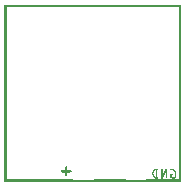
<source format=gbo>
G04 MADE WITH FRITZING*
G04 WWW.FRITZING.ORG*
G04 DOUBLE SIDED*
G04 HOLES PLATED*
G04 CONTOUR ON CENTER OF CONTOUR VECTOR*
%ASAXBY*%
%FSLAX23Y23*%
%MOIN*%
%OFA0B0*%
%SFA1.0B1.0*%
%ADD10R,0.001000X0.001000*%
%LNSILK0*%
G90*
G70*
G54D10*
X0Y591D02*
X589Y591D01*
X0Y590D02*
X589Y590D01*
X0Y589D02*
X589Y589D01*
X0Y588D02*
X589Y588D01*
X0Y587D02*
X589Y587D01*
X0Y586D02*
X589Y586D01*
X0Y585D02*
X589Y585D01*
X0Y584D02*
X589Y584D01*
X0Y583D02*
X7Y583D01*
X582Y583D02*
X589Y583D01*
X0Y582D02*
X7Y582D01*
X582Y582D02*
X589Y582D01*
X0Y581D02*
X7Y581D01*
X582Y581D02*
X589Y581D01*
X0Y580D02*
X7Y580D01*
X582Y580D02*
X589Y580D01*
X0Y579D02*
X7Y579D01*
X582Y579D02*
X589Y579D01*
X0Y578D02*
X7Y578D01*
X582Y578D02*
X589Y578D01*
X0Y577D02*
X7Y577D01*
X582Y577D02*
X589Y577D01*
X0Y576D02*
X7Y576D01*
X582Y576D02*
X589Y576D01*
X0Y575D02*
X7Y575D01*
X582Y575D02*
X589Y575D01*
X0Y574D02*
X7Y574D01*
X582Y574D02*
X589Y574D01*
X0Y573D02*
X7Y573D01*
X582Y573D02*
X589Y573D01*
X0Y572D02*
X7Y572D01*
X582Y572D02*
X589Y572D01*
X0Y571D02*
X7Y571D01*
X582Y571D02*
X589Y571D01*
X0Y570D02*
X7Y570D01*
X582Y570D02*
X589Y570D01*
X0Y569D02*
X7Y569D01*
X582Y569D02*
X589Y569D01*
X0Y568D02*
X7Y568D01*
X582Y568D02*
X589Y568D01*
X0Y567D02*
X7Y567D01*
X582Y567D02*
X589Y567D01*
X0Y566D02*
X7Y566D01*
X582Y566D02*
X589Y566D01*
X0Y565D02*
X7Y565D01*
X582Y565D02*
X589Y565D01*
X0Y564D02*
X7Y564D01*
X582Y564D02*
X589Y564D01*
X0Y563D02*
X7Y563D01*
X582Y563D02*
X589Y563D01*
X0Y562D02*
X7Y562D01*
X582Y562D02*
X589Y562D01*
X0Y561D02*
X7Y561D01*
X582Y561D02*
X589Y561D01*
X0Y560D02*
X7Y560D01*
X582Y560D02*
X589Y560D01*
X0Y559D02*
X7Y559D01*
X582Y559D02*
X589Y559D01*
X0Y558D02*
X7Y558D01*
X582Y558D02*
X589Y558D01*
X0Y557D02*
X7Y557D01*
X582Y557D02*
X589Y557D01*
X0Y556D02*
X7Y556D01*
X582Y556D02*
X589Y556D01*
X0Y555D02*
X7Y555D01*
X582Y555D02*
X589Y555D01*
X0Y554D02*
X7Y554D01*
X582Y554D02*
X589Y554D01*
X0Y553D02*
X7Y553D01*
X582Y553D02*
X589Y553D01*
X0Y552D02*
X7Y552D01*
X582Y552D02*
X589Y552D01*
X0Y551D02*
X7Y551D01*
X582Y551D02*
X589Y551D01*
X0Y550D02*
X7Y550D01*
X582Y550D02*
X589Y550D01*
X0Y549D02*
X7Y549D01*
X582Y549D02*
X589Y549D01*
X0Y548D02*
X7Y548D01*
X582Y548D02*
X589Y548D01*
X0Y547D02*
X7Y547D01*
X582Y547D02*
X589Y547D01*
X0Y546D02*
X7Y546D01*
X582Y546D02*
X589Y546D01*
X0Y545D02*
X7Y545D01*
X582Y545D02*
X589Y545D01*
X0Y544D02*
X7Y544D01*
X582Y544D02*
X589Y544D01*
X0Y543D02*
X7Y543D01*
X582Y543D02*
X589Y543D01*
X0Y542D02*
X7Y542D01*
X582Y542D02*
X589Y542D01*
X0Y541D02*
X7Y541D01*
X582Y541D02*
X589Y541D01*
X0Y540D02*
X7Y540D01*
X582Y540D02*
X589Y540D01*
X0Y539D02*
X7Y539D01*
X582Y539D02*
X589Y539D01*
X0Y538D02*
X7Y538D01*
X582Y538D02*
X589Y538D01*
X0Y537D02*
X7Y537D01*
X582Y537D02*
X589Y537D01*
X0Y536D02*
X7Y536D01*
X582Y536D02*
X589Y536D01*
X0Y535D02*
X7Y535D01*
X582Y535D02*
X589Y535D01*
X0Y534D02*
X7Y534D01*
X582Y534D02*
X589Y534D01*
X0Y533D02*
X7Y533D01*
X582Y533D02*
X589Y533D01*
X0Y532D02*
X7Y532D01*
X582Y532D02*
X589Y532D01*
X0Y531D02*
X7Y531D01*
X582Y531D02*
X589Y531D01*
X0Y530D02*
X7Y530D01*
X582Y530D02*
X589Y530D01*
X0Y529D02*
X7Y529D01*
X582Y529D02*
X589Y529D01*
X0Y528D02*
X7Y528D01*
X582Y528D02*
X589Y528D01*
X0Y527D02*
X7Y527D01*
X582Y527D02*
X589Y527D01*
X0Y526D02*
X7Y526D01*
X582Y526D02*
X589Y526D01*
X0Y525D02*
X7Y525D01*
X582Y525D02*
X589Y525D01*
X0Y524D02*
X7Y524D01*
X582Y524D02*
X589Y524D01*
X0Y523D02*
X7Y523D01*
X582Y523D02*
X589Y523D01*
X0Y522D02*
X7Y522D01*
X582Y522D02*
X589Y522D01*
X0Y521D02*
X7Y521D01*
X582Y521D02*
X589Y521D01*
X0Y520D02*
X7Y520D01*
X582Y520D02*
X589Y520D01*
X0Y519D02*
X7Y519D01*
X582Y519D02*
X589Y519D01*
X0Y518D02*
X7Y518D01*
X582Y518D02*
X589Y518D01*
X0Y517D02*
X7Y517D01*
X582Y517D02*
X589Y517D01*
X0Y516D02*
X7Y516D01*
X582Y516D02*
X589Y516D01*
X0Y515D02*
X7Y515D01*
X582Y515D02*
X589Y515D01*
X0Y514D02*
X7Y514D01*
X582Y514D02*
X589Y514D01*
X0Y513D02*
X7Y513D01*
X582Y513D02*
X589Y513D01*
X0Y512D02*
X7Y512D01*
X582Y512D02*
X589Y512D01*
X0Y511D02*
X7Y511D01*
X582Y511D02*
X589Y511D01*
X0Y510D02*
X7Y510D01*
X582Y510D02*
X589Y510D01*
X0Y509D02*
X7Y509D01*
X582Y509D02*
X589Y509D01*
X0Y508D02*
X7Y508D01*
X582Y508D02*
X589Y508D01*
X0Y507D02*
X7Y507D01*
X582Y507D02*
X589Y507D01*
X0Y506D02*
X7Y506D01*
X582Y506D02*
X589Y506D01*
X0Y505D02*
X7Y505D01*
X582Y505D02*
X589Y505D01*
X0Y504D02*
X7Y504D01*
X582Y504D02*
X589Y504D01*
X0Y503D02*
X7Y503D01*
X582Y503D02*
X589Y503D01*
X0Y502D02*
X7Y502D01*
X582Y502D02*
X589Y502D01*
X0Y501D02*
X7Y501D01*
X582Y501D02*
X589Y501D01*
X0Y500D02*
X7Y500D01*
X582Y500D02*
X589Y500D01*
X0Y499D02*
X7Y499D01*
X582Y499D02*
X589Y499D01*
X0Y498D02*
X7Y498D01*
X582Y498D02*
X589Y498D01*
X0Y497D02*
X7Y497D01*
X582Y497D02*
X589Y497D01*
X0Y496D02*
X7Y496D01*
X582Y496D02*
X589Y496D01*
X0Y495D02*
X7Y495D01*
X582Y495D02*
X589Y495D01*
X0Y494D02*
X7Y494D01*
X582Y494D02*
X589Y494D01*
X0Y493D02*
X7Y493D01*
X582Y493D02*
X589Y493D01*
X0Y492D02*
X7Y492D01*
X582Y492D02*
X589Y492D01*
X0Y491D02*
X7Y491D01*
X582Y491D02*
X589Y491D01*
X0Y490D02*
X7Y490D01*
X582Y490D02*
X589Y490D01*
X0Y489D02*
X7Y489D01*
X582Y489D02*
X589Y489D01*
X0Y488D02*
X7Y488D01*
X582Y488D02*
X589Y488D01*
X0Y487D02*
X7Y487D01*
X582Y487D02*
X589Y487D01*
X0Y486D02*
X7Y486D01*
X582Y486D02*
X589Y486D01*
X0Y485D02*
X7Y485D01*
X582Y485D02*
X589Y485D01*
X0Y484D02*
X7Y484D01*
X582Y484D02*
X589Y484D01*
X0Y483D02*
X7Y483D01*
X582Y483D02*
X589Y483D01*
X0Y482D02*
X7Y482D01*
X582Y482D02*
X589Y482D01*
X0Y481D02*
X7Y481D01*
X582Y481D02*
X589Y481D01*
X0Y480D02*
X7Y480D01*
X582Y480D02*
X589Y480D01*
X0Y479D02*
X7Y479D01*
X582Y479D02*
X589Y479D01*
X0Y478D02*
X7Y478D01*
X582Y478D02*
X589Y478D01*
X0Y477D02*
X7Y477D01*
X582Y477D02*
X589Y477D01*
X0Y476D02*
X7Y476D01*
X582Y476D02*
X589Y476D01*
X0Y475D02*
X7Y475D01*
X582Y475D02*
X589Y475D01*
X0Y474D02*
X7Y474D01*
X582Y474D02*
X589Y474D01*
X0Y473D02*
X7Y473D01*
X582Y473D02*
X589Y473D01*
X0Y472D02*
X7Y472D01*
X582Y472D02*
X589Y472D01*
X0Y471D02*
X7Y471D01*
X582Y471D02*
X589Y471D01*
X0Y470D02*
X7Y470D01*
X582Y470D02*
X589Y470D01*
X0Y469D02*
X7Y469D01*
X582Y469D02*
X589Y469D01*
X0Y468D02*
X7Y468D01*
X582Y468D02*
X589Y468D01*
X0Y467D02*
X7Y467D01*
X582Y467D02*
X589Y467D01*
X0Y466D02*
X7Y466D01*
X582Y466D02*
X589Y466D01*
X0Y465D02*
X7Y465D01*
X582Y465D02*
X589Y465D01*
X0Y464D02*
X7Y464D01*
X582Y464D02*
X589Y464D01*
X0Y463D02*
X7Y463D01*
X582Y463D02*
X589Y463D01*
X0Y462D02*
X7Y462D01*
X582Y462D02*
X589Y462D01*
X0Y461D02*
X7Y461D01*
X582Y461D02*
X589Y461D01*
X0Y460D02*
X7Y460D01*
X582Y460D02*
X589Y460D01*
X0Y459D02*
X7Y459D01*
X582Y459D02*
X589Y459D01*
X0Y458D02*
X7Y458D01*
X582Y458D02*
X589Y458D01*
X0Y457D02*
X7Y457D01*
X582Y457D02*
X589Y457D01*
X0Y456D02*
X7Y456D01*
X582Y456D02*
X589Y456D01*
X0Y455D02*
X7Y455D01*
X582Y455D02*
X589Y455D01*
X0Y454D02*
X7Y454D01*
X582Y454D02*
X589Y454D01*
X0Y453D02*
X7Y453D01*
X582Y453D02*
X589Y453D01*
X0Y452D02*
X7Y452D01*
X582Y452D02*
X589Y452D01*
X0Y451D02*
X7Y451D01*
X582Y451D02*
X589Y451D01*
X0Y450D02*
X7Y450D01*
X582Y450D02*
X589Y450D01*
X0Y449D02*
X7Y449D01*
X582Y449D02*
X589Y449D01*
X0Y448D02*
X7Y448D01*
X582Y448D02*
X589Y448D01*
X0Y447D02*
X7Y447D01*
X582Y447D02*
X589Y447D01*
X0Y446D02*
X7Y446D01*
X582Y446D02*
X589Y446D01*
X0Y445D02*
X7Y445D01*
X582Y445D02*
X589Y445D01*
X0Y444D02*
X7Y444D01*
X582Y444D02*
X589Y444D01*
X0Y443D02*
X7Y443D01*
X582Y443D02*
X589Y443D01*
X0Y442D02*
X7Y442D01*
X582Y442D02*
X589Y442D01*
X0Y441D02*
X7Y441D01*
X582Y441D02*
X589Y441D01*
X0Y440D02*
X7Y440D01*
X582Y440D02*
X589Y440D01*
X0Y439D02*
X7Y439D01*
X582Y439D02*
X589Y439D01*
X0Y438D02*
X7Y438D01*
X582Y438D02*
X589Y438D01*
X0Y437D02*
X7Y437D01*
X582Y437D02*
X589Y437D01*
X0Y436D02*
X7Y436D01*
X582Y436D02*
X589Y436D01*
X0Y435D02*
X7Y435D01*
X582Y435D02*
X589Y435D01*
X0Y434D02*
X7Y434D01*
X582Y434D02*
X589Y434D01*
X0Y433D02*
X7Y433D01*
X582Y433D02*
X589Y433D01*
X0Y432D02*
X7Y432D01*
X582Y432D02*
X589Y432D01*
X0Y431D02*
X7Y431D01*
X582Y431D02*
X589Y431D01*
X0Y430D02*
X7Y430D01*
X582Y430D02*
X589Y430D01*
X0Y429D02*
X7Y429D01*
X582Y429D02*
X589Y429D01*
X0Y428D02*
X7Y428D01*
X582Y428D02*
X589Y428D01*
X0Y427D02*
X7Y427D01*
X582Y427D02*
X589Y427D01*
X0Y426D02*
X7Y426D01*
X582Y426D02*
X589Y426D01*
X0Y425D02*
X7Y425D01*
X582Y425D02*
X589Y425D01*
X0Y424D02*
X7Y424D01*
X582Y424D02*
X589Y424D01*
X0Y423D02*
X7Y423D01*
X582Y423D02*
X589Y423D01*
X0Y422D02*
X7Y422D01*
X582Y422D02*
X589Y422D01*
X0Y421D02*
X7Y421D01*
X582Y421D02*
X589Y421D01*
X0Y420D02*
X7Y420D01*
X582Y420D02*
X589Y420D01*
X0Y419D02*
X7Y419D01*
X582Y419D02*
X589Y419D01*
X0Y418D02*
X7Y418D01*
X582Y418D02*
X589Y418D01*
X0Y417D02*
X7Y417D01*
X582Y417D02*
X589Y417D01*
X0Y416D02*
X7Y416D01*
X582Y416D02*
X589Y416D01*
X0Y415D02*
X7Y415D01*
X582Y415D02*
X589Y415D01*
X0Y414D02*
X7Y414D01*
X582Y414D02*
X589Y414D01*
X0Y413D02*
X7Y413D01*
X582Y413D02*
X589Y413D01*
X0Y412D02*
X7Y412D01*
X582Y412D02*
X589Y412D01*
X0Y411D02*
X7Y411D01*
X582Y411D02*
X589Y411D01*
X0Y410D02*
X7Y410D01*
X582Y410D02*
X589Y410D01*
X0Y409D02*
X7Y409D01*
X582Y409D02*
X589Y409D01*
X0Y408D02*
X7Y408D01*
X582Y408D02*
X589Y408D01*
X0Y407D02*
X7Y407D01*
X582Y407D02*
X589Y407D01*
X0Y406D02*
X7Y406D01*
X582Y406D02*
X589Y406D01*
X0Y405D02*
X7Y405D01*
X582Y405D02*
X589Y405D01*
X0Y404D02*
X7Y404D01*
X582Y404D02*
X589Y404D01*
X0Y403D02*
X7Y403D01*
X582Y403D02*
X589Y403D01*
X0Y402D02*
X7Y402D01*
X582Y402D02*
X589Y402D01*
X0Y401D02*
X7Y401D01*
X582Y401D02*
X589Y401D01*
X0Y400D02*
X7Y400D01*
X582Y400D02*
X589Y400D01*
X0Y399D02*
X7Y399D01*
X582Y399D02*
X589Y399D01*
X0Y398D02*
X7Y398D01*
X582Y398D02*
X589Y398D01*
X0Y397D02*
X7Y397D01*
X582Y397D02*
X589Y397D01*
X0Y396D02*
X7Y396D01*
X582Y396D02*
X589Y396D01*
X0Y395D02*
X7Y395D01*
X582Y395D02*
X589Y395D01*
X0Y394D02*
X7Y394D01*
X582Y394D02*
X589Y394D01*
X0Y393D02*
X7Y393D01*
X582Y393D02*
X589Y393D01*
X0Y392D02*
X7Y392D01*
X582Y392D02*
X589Y392D01*
X0Y391D02*
X7Y391D01*
X582Y391D02*
X589Y391D01*
X0Y390D02*
X7Y390D01*
X582Y390D02*
X589Y390D01*
X0Y389D02*
X7Y389D01*
X582Y389D02*
X589Y389D01*
X0Y388D02*
X7Y388D01*
X582Y388D02*
X589Y388D01*
X0Y387D02*
X7Y387D01*
X582Y387D02*
X589Y387D01*
X0Y386D02*
X7Y386D01*
X582Y386D02*
X589Y386D01*
X0Y385D02*
X7Y385D01*
X582Y385D02*
X589Y385D01*
X0Y384D02*
X7Y384D01*
X582Y384D02*
X589Y384D01*
X0Y383D02*
X7Y383D01*
X582Y383D02*
X589Y383D01*
X0Y382D02*
X7Y382D01*
X582Y382D02*
X589Y382D01*
X0Y381D02*
X7Y381D01*
X582Y381D02*
X589Y381D01*
X0Y380D02*
X7Y380D01*
X582Y380D02*
X589Y380D01*
X0Y379D02*
X7Y379D01*
X582Y379D02*
X589Y379D01*
X0Y378D02*
X7Y378D01*
X582Y378D02*
X589Y378D01*
X0Y377D02*
X7Y377D01*
X582Y377D02*
X589Y377D01*
X0Y376D02*
X7Y376D01*
X582Y376D02*
X589Y376D01*
X0Y375D02*
X7Y375D01*
X582Y375D02*
X589Y375D01*
X0Y374D02*
X7Y374D01*
X582Y374D02*
X589Y374D01*
X0Y373D02*
X7Y373D01*
X582Y373D02*
X589Y373D01*
X0Y372D02*
X7Y372D01*
X582Y372D02*
X589Y372D01*
X0Y371D02*
X7Y371D01*
X582Y371D02*
X589Y371D01*
X0Y370D02*
X7Y370D01*
X582Y370D02*
X589Y370D01*
X0Y369D02*
X7Y369D01*
X582Y369D02*
X589Y369D01*
X0Y368D02*
X7Y368D01*
X582Y368D02*
X589Y368D01*
X0Y367D02*
X7Y367D01*
X582Y367D02*
X589Y367D01*
X0Y366D02*
X7Y366D01*
X582Y366D02*
X589Y366D01*
X0Y365D02*
X7Y365D01*
X582Y365D02*
X589Y365D01*
X0Y364D02*
X7Y364D01*
X582Y364D02*
X589Y364D01*
X0Y363D02*
X7Y363D01*
X582Y363D02*
X589Y363D01*
X0Y362D02*
X7Y362D01*
X582Y362D02*
X589Y362D01*
X0Y361D02*
X7Y361D01*
X582Y361D02*
X589Y361D01*
X0Y360D02*
X7Y360D01*
X582Y360D02*
X589Y360D01*
X0Y359D02*
X7Y359D01*
X582Y359D02*
X589Y359D01*
X0Y358D02*
X7Y358D01*
X582Y358D02*
X589Y358D01*
X0Y357D02*
X7Y357D01*
X582Y357D02*
X589Y357D01*
X0Y356D02*
X7Y356D01*
X582Y356D02*
X589Y356D01*
X0Y355D02*
X7Y355D01*
X582Y355D02*
X589Y355D01*
X0Y354D02*
X7Y354D01*
X582Y354D02*
X589Y354D01*
X0Y353D02*
X7Y353D01*
X582Y353D02*
X589Y353D01*
X0Y352D02*
X7Y352D01*
X582Y352D02*
X589Y352D01*
X0Y351D02*
X7Y351D01*
X582Y351D02*
X589Y351D01*
X0Y350D02*
X7Y350D01*
X582Y350D02*
X589Y350D01*
X0Y349D02*
X7Y349D01*
X582Y349D02*
X589Y349D01*
X0Y348D02*
X7Y348D01*
X582Y348D02*
X589Y348D01*
X0Y347D02*
X7Y347D01*
X582Y347D02*
X589Y347D01*
X0Y346D02*
X7Y346D01*
X582Y346D02*
X589Y346D01*
X0Y345D02*
X7Y345D01*
X582Y345D02*
X589Y345D01*
X0Y344D02*
X7Y344D01*
X582Y344D02*
X589Y344D01*
X0Y343D02*
X7Y343D01*
X582Y343D02*
X589Y343D01*
X0Y342D02*
X7Y342D01*
X582Y342D02*
X589Y342D01*
X0Y341D02*
X7Y341D01*
X582Y341D02*
X589Y341D01*
X0Y340D02*
X7Y340D01*
X582Y340D02*
X589Y340D01*
X0Y339D02*
X7Y339D01*
X582Y339D02*
X589Y339D01*
X0Y338D02*
X7Y338D01*
X582Y338D02*
X589Y338D01*
X0Y337D02*
X7Y337D01*
X582Y337D02*
X589Y337D01*
X0Y336D02*
X7Y336D01*
X582Y336D02*
X589Y336D01*
X0Y335D02*
X7Y335D01*
X582Y335D02*
X589Y335D01*
X0Y334D02*
X7Y334D01*
X582Y334D02*
X589Y334D01*
X0Y333D02*
X7Y333D01*
X582Y333D02*
X589Y333D01*
X0Y332D02*
X7Y332D01*
X582Y332D02*
X589Y332D01*
X0Y331D02*
X7Y331D01*
X582Y331D02*
X589Y331D01*
X0Y330D02*
X7Y330D01*
X582Y330D02*
X589Y330D01*
X0Y329D02*
X7Y329D01*
X582Y329D02*
X589Y329D01*
X0Y328D02*
X7Y328D01*
X582Y328D02*
X589Y328D01*
X0Y327D02*
X7Y327D01*
X582Y327D02*
X589Y327D01*
X0Y326D02*
X7Y326D01*
X582Y326D02*
X589Y326D01*
X0Y325D02*
X7Y325D01*
X582Y325D02*
X589Y325D01*
X0Y324D02*
X7Y324D01*
X582Y324D02*
X589Y324D01*
X0Y323D02*
X7Y323D01*
X582Y323D02*
X589Y323D01*
X0Y322D02*
X7Y322D01*
X582Y322D02*
X589Y322D01*
X0Y321D02*
X7Y321D01*
X582Y321D02*
X589Y321D01*
X0Y320D02*
X7Y320D01*
X582Y320D02*
X589Y320D01*
X0Y319D02*
X7Y319D01*
X582Y319D02*
X589Y319D01*
X0Y318D02*
X7Y318D01*
X582Y318D02*
X589Y318D01*
X0Y317D02*
X7Y317D01*
X582Y317D02*
X589Y317D01*
X0Y316D02*
X7Y316D01*
X582Y316D02*
X589Y316D01*
X0Y315D02*
X7Y315D01*
X582Y315D02*
X589Y315D01*
X0Y314D02*
X7Y314D01*
X582Y314D02*
X589Y314D01*
X0Y313D02*
X7Y313D01*
X582Y313D02*
X589Y313D01*
X0Y312D02*
X7Y312D01*
X582Y312D02*
X589Y312D01*
X0Y311D02*
X7Y311D01*
X582Y311D02*
X589Y311D01*
X0Y310D02*
X7Y310D01*
X582Y310D02*
X589Y310D01*
X0Y309D02*
X7Y309D01*
X582Y309D02*
X589Y309D01*
X0Y308D02*
X7Y308D01*
X582Y308D02*
X589Y308D01*
X0Y307D02*
X7Y307D01*
X582Y307D02*
X589Y307D01*
X0Y306D02*
X7Y306D01*
X582Y306D02*
X589Y306D01*
X0Y305D02*
X7Y305D01*
X582Y305D02*
X589Y305D01*
X0Y304D02*
X7Y304D01*
X582Y304D02*
X589Y304D01*
X0Y303D02*
X7Y303D01*
X582Y303D02*
X589Y303D01*
X0Y302D02*
X7Y302D01*
X582Y302D02*
X589Y302D01*
X0Y301D02*
X7Y301D01*
X582Y301D02*
X589Y301D01*
X0Y300D02*
X7Y300D01*
X582Y300D02*
X589Y300D01*
X0Y299D02*
X7Y299D01*
X582Y299D02*
X589Y299D01*
X0Y298D02*
X7Y298D01*
X582Y298D02*
X589Y298D01*
X0Y297D02*
X7Y297D01*
X582Y297D02*
X589Y297D01*
X0Y296D02*
X7Y296D01*
X582Y296D02*
X589Y296D01*
X0Y295D02*
X7Y295D01*
X582Y295D02*
X589Y295D01*
X0Y294D02*
X7Y294D01*
X582Y294D02*
X589Y294D01*
X0Y293D02*
X7Y293D01*
X582Y293D02*
X589Y293D01*
X0Y292D02*
X7Y292D01*
X582Y292D02*
X589Y292D01*
X0Y291D02*
X7Y291D01*
X582Y291D02*
X589Y291D01*
X0Y290D02*
X7Y290D01*
X582Y290D02*
X589Y290D01*
X0Y289D02*
X7Y289D01*
X582Y289D02*
X589Y289D01*
X0Y288D02*
X7Y288D01*
X582Y288D02*
X589Y288D01*
X0Y287D02*
X7Y287D01*
X582Y287D02*
X589Y287D01*
X0Y286D02*
X7Y286D01*
X582Y286D02*
X589Y286D01*
X0Y285D02*
X7Y285D01*
X582Y285D02*
X589Y285D01*
X0Y284D02*
X7Y284D01*
X582Y284D02*
X589Y284D01*
X0Y283D02*
X7Y283D01*
X582Y283D02*
X589Y283D01*
X0Y282D02*
X7Y282D01*
X582Y282D02*
X589Y282D01*
X0Y281D02*
X7Y281D01*
X582Y281D02*
X589Y281D01*
X0Y280D02*
X7Y280D01*
X582Y280D02*
X589Y280D01*
X0Y279D02*
X7Y279D01*
X582Y279D02*
X589Y279D01*
X0Y278D02*
X7Y278D01*
X582Y278D02*
X589Y278D01*
X0Y277D02*
X7Y277D01*
X582Y277D02*
X589Y277D01*
X0Y276D02*
X7Y276D01*
X582Y276D02*
X589Y276D01*
X0Y275D02*
X7Y275D01*
X582Y275D02*
X589Y275D01*
X0Y274D02*
X7Y274D01*
X582Y274D02*
X589Y274D01*
X0Y273D02*
X7Y273D01*
X582Y273D02*
X589Y273D01*
X0Y272D02*
X7Y272D01*
X582Y272D02*
X589Y272D01*
X0Y271D02*
X7Y271D01*
X582Y271D02*
X589Y271D01*
X0Y270D02*
X7Y270D01*
X582Y270D02*
X589Y270D01*
X0Y269D02*
X7Y269D01*
X582Y269D02*
X589Y269D01*
X0Y268D02*
X7Y268D01*
X582Y268D02*
X589Y268D01*
X0Y267D02*
X7Y267D01*
X582Y267D02*
X589Y267D01*
X0Y266D02*
X7Y266D01*
X582Y266D02*
X589Y266D01*
X0Y265D02*
X7Y265D01*
X582Y265D02*
X589Y265D01*
X0Y264D02*
X7Y264D01*
X582Y264D02*
X589Y264D01*
X0Y263D02*
X7Y263D01*
X582Y263D02*
X589Y263D01*
X0Y262D02*
X7Y262D01*
X582Y262D02*
X589Y262D01*
X0Y261D02*
X7Y261D01*
X582Y261D02*
X589Y261D01*
X0Y260D02*
X7Y260D01*
X582Y260D02*
X589Y260D01*
X0Y259D02*
X7Y259D01*
X582Y259D02*
X589Y259D01*
X0Y258D02*
X7Y258D01*
X582Y258D02*
X589Y258D01*
X0Y257D02*
X7Y257D01*
X582Y257D02*
X589Y257D01*
X0Y256D02*
X7Y256D01*
X582Y256D02*
X589Y256D01*
X0Y255D02*
X7Y255D01*
X582Y255D02*
X589Y255D01*
X0Y254D02*
X7Y254D01*
X582Y254D02*
X589Y254D01*
X0Y253D02*
X7Y253D01*
X582Y253D02*
X589Y253D01*
X0Y252D02*
X7Y252D01*
X582Y252D02*
X589Y252D01*
X0Y251D02*
X7Y251D01*
X582Y251D02*
X589Y251D01*
X0Y250D02*
X7Y250D01*
X582Y250D02*
X589Y250D01*
X0Y249D02*
X7Y249D01*
X582Y249D02*
X589Y249D01*
X0Y248D02*
X7Y248D01*
X582Y248D02*
X589Y248D01*
X0Y247D02*
X7Y247D01*
X582Y247D02*
X589Y247D01*
X0Y246D02*
X7Y246D01*
X582Y246D02*
X589Y246D01*
X0Y245D02*
X7Y245D01*
X582Y245D02*
X589Y245D01*
X0Y244D02*
X7Y244D01*
X582Y244D02*
X589Y244D01*
X0Y243D02*
X7Y243D01*
X582Y243D02*
X589Y243D01*
X0Y242D02*
X7Y242D01*
X582Y242D02*
X589Y242D01*
X0Y241D02*
X7Y241D01*
X582Y241D02*
X589Y241D01*
X0Y240D02*
X7Y240D01*
X582Y240D02*
X589Y240D01*
X0Y239D02*
X7Y239D01*
X582Y239D02*
X589Y239D01*
X0Y238D02*
X7Y238D01*
X582Y238D02*
X589Y238D01*
X0Y237D02*
X7Y237D01*
X582Y237D02*
X589Y237D01*
X0Y236D02*
X7Y236D01*
X582Y236D02*
X589Y236D01*
X0Y235D02*
X7Y235D01*
X582Y235D02*
X589Y235D01*
X0Y234D02*
X7Y234D01*
X582Y234D02*
X589Y234D01*
X0Y233D02*
X7Y233D01*
X582Y233D02*
X589Y233D01*
X0Y232D02*
X7Y232D01*
X582Y232D02*
X589Y232D01*
X0Y231D02*
X7Y231D01*
X582Y231D02*
X589Y231D01*
X0Y230D02*
X7Y230D01*
X582Y230D02*
X589Y230D01*
X0Y229D02*
X7Y229D01*
X582Y229D02*
X589Y229D01*
X0Y228D02*
X7Y228D01*
X582Y228D02*
X589Y228D01*
X0Y227D02*
X7Y227D01*
X582Y227D02*
X589Y227D01*
X0Y226D02*
X7Y226D01*
X582Y226D02*
X589Y226D01*
X0Y225D02*
X7Y225D01*
X582Y225D02*
X589Y225D01*
X0Y224D02*
X7Y224D01*
X582Y224D02*
X589Y224D01*
X0Y223D02*
X7Y223D01*
X582Y223D02*
X589Y223D01*
X0Y222D02*
X7Y222D01*
X582Y222D02*
X589Y222D01*
X0Y221D02*
X7Y221D01*
X582Y221D02*
X589Y221D01*
X0Y220D02*
X7Y220D01*
X582Y220D02*
X589Y220D01*
X0Y219D02*
X7Y219D01*
X582Y219D02*
X589Y219D01*
X0Y218D02*
X7Y218D01*
X582Y218D02*
X589Y218D01*
X0Y217D02*
X7Y217D01*
X582Y217D02*
X589Y217D01*
X0Y216D02*
X7Y216D01*
X582Y216D02*
X589Y216D01*
X0Y215D02*
X7Y215D01*
X582Y215D02*
X589Y215D01*
X0Y214D02*
X7Y214D01*
X582Y214D02*
X589Y214D01*
X0Y213D02*
X7Y213D01*
X582Y213D02*
X589Y213D01*
X0Y212D02*
X7Y212D01*
X582Y212D02*
X589Y212D01*
X0Y211D02*
X7Y211D01*
X582Y211D02*
X589Y211D01*
X0Y210D02*
X7Y210D01*
X582Y210D02*
X589Y210D01*
X0Y209D02*
X7Y209D01*
X582Y209D02*
X589Y209D01*
X0Y208D02*
X7Y208D01*
X582Y208D02*
X589Y208D01*
X0Y207D02*
X7Y207D01*
X582Y207D02*
X589Y207D01*
X0Y206D02*
X7Y206D01*
X582Y206D02*
X589Y206D01*
X0Y205D02*
X7Y205D01*
X582Y205D02*
X589Y205D01*
X0Y204D02*
X7Y204D01*
X582Y204D02*
X589Y204D01*
X0Y203D02*
X7Y203D01*
X582Y203D02*
X589Y203D01*
X0Y202D02*
X7Y202D01*
X582Y202D02*
X589Y202D01*
X0Y201D02*
X7Y201D01*
X582Y201D02*
X589Y201D01*
X0Y200D02*
X7Y200D01*
X582Y200D02*
X589Y200D01*
X0Y199D02*
X7Y199D01*
X582Y199D02*
X589Y199D01*
X0Y198D02*
X7Y198D01*
X582Y198D02*
X589Y198D01*
X0Y197D02*
X7Y197D01*
X582Y197D02*
X589Y197D01*
X0Y196D02*
X7Y196D01*
X582Y196D02*
X589Y196D01*
X0Y195D02*
X7Y195D01*
X582Y195D02*
X589Y195D01*
X0Y194D02*
X7Y194D01*
X582Y194D02*
X589Y194D01*
X0Y193D02*
X7Y193D01*
X582Y193D02*
X589Y193D01*
X0Y192D02*
X7Y192D01*
X582Y192D02*
X589Y192D01*
X0Y191D02*
X7Y191D01*
X582Y191D02*
X589Y191D01*
X0Y190D02*
X7Y190D01*
X582Y190D02*
X589Y190D01*
X0Y189D02*
X7Y189D01*
X582Y189D02*
X589Y189D01*
X0Y188D02*
X7Y188D01*
X582Y188D02*
X589Y188D01*
X0Y187D02*
X7Y187D01*
X582Y187D02*
X589Y187D01*
X0Y186D02*
X7Y186D01*
X582Y186D02*
X589Y186D01*
X0Y185D02*
X7Y185D01*
X582Y185D02*
X589Y185D01*
X0Y184D02*
X7Y184D01*
X582Y184D02*
X589Y184D01*
X0Y183D02*
X7Y183D01*
X582Y183D02*
X589Y183D01*
X0Y182D02*
X7Y182D01*
X582Y182D02*
X589Y182D01*
X0Y181D02*
X7Y181D01*
X582Y181D02*
X589Y181D01*
X0Y180D02*
X7Y180D01*
X582Y180D02*
X589Y180D01*
X0Y179D02*
X7Y179D01*
X582Y179D02*
X589Y179D01*
X0Y178D02*
X7Y178D01*
X582Y178D02*
X589Y178D01*
X0Y177D02*
X7Y177D01*
X582Y177D02*
X589Y177D01*
X0Y176D02*
X7Y176D01*
X582Y176D02*
X589Y176D01*
X0Y175D02*
X7Y175D01*
X582Y175D02*
X589Y175D01*
X0Y174D02*
X7Y174D01*
X582Y174D02*
X589Y174D01*
X0Y173D02*
X7Y173D01*
X582Y173D02*
X589Y173D01*
X0Y172D02*
X7Y172D01*
X582Y172D02*
X589Y172D01*
X0Y171D02*
X7Y171D01*
X582Y171D02*
X589Y171D01*
X0Y170D02*
X7Y170D01*
X582Y170D02*
X589Y170D01*
X0Y169D02*
X7Y169D01*
X582Y169D02*
X589Y169D01*
X0Y168D02*
X7Y168D01*
X582Y168D02*
X589Y168D01*
X0Y167D02*
X7Y167D01*
X582Y167D02*
X589Y167D01*
X0Y166D02*
X7Y166D01*
X582Y166D02*
X589Y166D01*
X0Y165D02*
X7Y165D01*
X582Y165D02*
X589Y165D01*
X0Y164D02*
X7Y164D01*
X582Y164D02*
X589Y164D01*
X0Y163D02*
X7Y163D01*
X582Y163D02*
X589Y163D01*
X0Y162D02*
X7Y162D01*
X582Y162D02*
X589Y162D01*
X0Y161D02*
X7Y161D01*
X582Y161D02*
X589Y161D01*
X0Y160D02*
X7Y160D01*
X582Y160D02*
X589Y160D01*
X0Y159D02*
X7Y159D01*
X582Y159D02*
X589Y159D01*
X0Y158D02*
X7Y158D01*
X582Y158D02*
X589Y158D01*
X0Y157D02*
X7Y157D01*
X582Y157D02*
X589Y157D01*
X0Y156D02*
X7Y156D01*
X582Y156D02*
X589Y156D01*
X0Y155D02*
X7Y155D01*
X582Y155D02*
X589Y155D01*
X0Y154D02*
X7Y154D01*
X582Y154D02*
X589Y154D01*
X0Y153D02*
X7Y153D01*
X582Y153D02*
X589Y153D01*
X0Y152D02*
X7Y152D01*
X582Y152D02*
X589Y152D01*
X0Y151D02*
X7Y151D01*
X582Y151D02*
X589Y151D01*
X0Y150D02*
X7Y150D01*
X582Y150D02*
X589Y150D01*
X0Y149D02*
X7Y149D01*
X582Y149D02*
X589Y149D01*
X0Y148D02*
X7Y148D01*
X582Y148D02*
X589Y148D01*
X0Y147D02*
X7Y147D01*
X582Y147D02*
X589Y147D01*
X0Y146D02*
X7Y146D01*
X582Y146D02*
X589Y146D01*
X0Y145D02*
X7Y145D01*
X582Y145D02*
X589Y145D01*
X0Y144D02*
X7Y144D01*
X582Y144D02*
X589Y144D01*
X0Y143D02*
X7Y143D01*
X582Y143D02*
X589Y143D01*
X0Y142D02*
X7Y142D01*
X582Y142D02*
X589Y142D01*
X0Y141D02*
X7Y141D01*
X582Y141D02*
X589Y141D01*
X0Y140D02*
X7Y140D01*
X582Y140D02*
X589Y140D01*
X0Y139D02*
X7Y139D01*
X582Y139D02*
X589Y139D01*
X0Y138D02*
X7Y138D01*
X582Y138D02*
X589Y138D01*
X0Y137D02*
X7Y137D01*
X582Y137D02*
X589Y137D01*
X0Y136D02*
X7Y136D01*
X582Y136D02*
X589Y136D01*
X0Y135D02*
X7Y135D01*
X582Y135D02*
X589Y135D01*
X0Y134D02*
X7Y134D01*
X582Y134D02*
X589Y134D01*
X0Y133D02*
X7Y133D01*
X582Y133D02*
X589Y133D01*
X0Y132D02*
X7Y132D01*
X582Y132D02*
X589Y132D01*
X0Y131D02*
X7Y131D01*
X582Y131D02*
X589Y131D01*
X0Y130D02*
X7Y130D01*
X582Y130D02*
X589Y130D01*
X0Y129D02*
X7Y129D01*
X582Y129D02*
X589Y129D01*
X0Y128D02*
X7Y128D01*
X582Y128D02*
X589Y128D01*
X0Y127D02*
X7Y127D01*
X582Y127D02*
X589Y127D01*
X0Y126D02*
X7Y126D01*
X582Y126D02*
X589Y126D01*
X0Y125D02*
X7Y125D01*
X582Y125D02*
X589Y125D01*
X0Y124D02*
X7Y124D01*
X582Y124D02*
X589Y124D01*
X0Y123D02*
X7Y123D01*
X582Y123D02*
X589Y123D01*
X0Y122D02*
X7Y122D01*
X582Y122D02*
X589Y122D01*
X0Y121D02*
X7Y121D01*
X582Y121D02*
X589Y121D01*
X0Y120D02*
X7Y120D01*
X582Y120D02*
X589Y120D01*
X0Y119D02*
X7Y119D01*
X582Y119D02*
X589Y119D01*
X0Y118D02*
X7Y118D01*
X582Y118D02*
X589Y118D01*
X0Y117D02*
X7Y117D01*
X582Y117D02*
X589Y117D01*
X0Y116D02*
X7Y116D01*
X582Y116D02*
X589Y116D01*
X0Y115D02*
X7Y115D01*
X582Y115D02*
X589Y115D01*
X0Y114D02*
X7Y114D01*
X582Y114D02*
X589Y114D01*
X0Y113D02*
X7Y113D01*
X582Y113D02*
X589Y113D01*
X0Y112D02*
X7Y112D01*
X582Y112D02*
X589Y112D01*
X0Y111D02*
X7Y111D01*
X582Y111D02*
X589Y111D01*
X0Y110D02*
X7Y110D01*
X582Y110D02*
X589Y110D01*
X0Y109D02*
X7Y109D01*
X582Y109D02*
X589Y109D01*
X0Y108D02*
X7Y108D01*
X582Y108D02*
X589Y108D01*
X0Y107D02*
X7Y107D01*
X582Y107D02*
X589Y107D01*
X0Y106D02*
X7Y106D01*
X582Y106D02*
X589Y106D01*
X0Y105D02*
X7Y105D01*
X582Y105D02*
X589Y105D01*
X0Y104D02*
X7Y104D01*
X582Y104D02*
X589Y104D01*
X0Y103D02*
X7Y103D01*
X582Y103D02*
X589Y103D01*
X0Y102D02*
X7Y102D01*
X582Y102D02*
X589Y102D01*
X0Y101D02*
X7Y101D01*
X582Y101D02*
X589Y101D01*
X0Y100D02*
X7Y100D01*
X582Y100D02*
X589Y100D01*
X0Y99D02*
X7Y99D01*
X582Y99D02*
X589Y99D01*
X0Y98D02*
X7Y98D01*
X582Y98D02*
X589Y98D01*
X0Y97D02*
X7Y97D01*
X582Y97D02*
X589Y97D01*
X0Y96D02*
X7Y96D01*
X582Y96D02*
X589Y96D01*
X0Y95D02*
X7Y95D01*
X582Y95D02*
X589Y95D01*
X0Y94D02*
X7Y94D01*
X582Y94D02*
X589Y94D01*
X0Y93D02*
X7Y93D01*
X582Y93D02*
X589Y93D01*
X0Y92D02*
X7Y92D01*
X582Y92D02*
X589Y92D01*
X0Y91D02*
X7Y91D01*
X582Y91D02*
X589Y91D01*
X0Y90D02*
X7Y90D01*
X582Y90D02*
X589Y90D01*
X0Y89D02*
X7Y89D01*
X582Y89D02*
X589Y89D01*
X0Y88D02*
X7Y88D01*
X582Y88D02*
X589Y88D01*
X0Y87D02*
X7Y87D01*
X582Y87D02*
X589Y87D01*
X0Y86D02*
X7Y86D01*
X582Y86D02*
X589Y86D01*
X0Y85D02*
X7Y85D01*
X582Y85D02*
X589Y85D01*
X0Y84D02*
X7Y84D01*
X582Y84D02*
X589Y84D01*
X0Y83D02*
X7Y83D01*
X582Y83D02*
X589Y83D01*
X0Y82D02*
X7Y82D01*
X582Y82D02*
X589Y82D01*
X0Y81D02*
X7Y81D01*
X582Y81D02*
X589Y81D01*
X0Y80D02*
X7Y80D01*
X582Y80D02*
X589Y80D01*
X0Y79D02*
X7Y79D01*
X582Y79D02*
X589Y79D01*
X0Y78D02*
X7Y78D01*
X582Y78D02*
X589Y78D01*
X0Y77D02*
X7Y77D01*
X582Y77D02*
X589Y77D01*
X0Y76D02*
X7Y76D01*
X582Y76D02*
X589Y76D01*
X0Y75D02*
X7Y75D01*
X582Y75D02*
X589Y75D01*
X0Y74D02*
X7Y74D01*
X582Y74D02*
X589Y74D01*
X0Y73D02*
X7Y73D01*
X582Y73D02*
X589Y73D01*
X0Y72D02*
X7Y72D01*
X582Y72D02*
X589Y72D01*
X0Y71D02*
X7Y71D01*
X582Y71D02*
X589Y71D01*
X0Y70D02*
X7Y70D01*
X582Y70D02*
X589Y70D01*
X0Y69D02*
X7Y69D01*
X582Y69D02*
X589Y69D01*
X0Y68D02*
X7Y68D01*
X582Y68D02*
X589Y68D01*
X0Y67D02*
X7Y67D01*
X582Y67D02*
X589Y67D01*
X0Y66D02*
X7Y66D01*
X582Y66D02*
X589Y66D01*
X0Y65D02*
X7Y65D01*
X582Y65D02*
X589Y65D01*
X0Y64D02*
X7Y64D01*
X582Y64D02*
X589Y64D01*
X0Y63D02*
X7Y63D01*
X582Y63D02*
X589Y63D01*
X0Y62D02*
X7Y62D01*
X582Y62D02*
X589Y62D01*
X0Y61D02*
X7Y61D01*
X582Y61D02*
X589Y61D01*
X0Y60D02*
X7Y60D01*
X582Y60D02*
X589Y60D01*
X0Y59D02*
X7Y59D01*
X582Y59D02*
X589Y59D01*
X0Y58D02*
X7Y58D01*
X582Y58D02*
X589Y58D01*
X0Y57D02*
X7Y57D01*
X582Y57D02*
X589Y57D01*
X0Y56D02*
X7Y56D01*
X582Y56D02*
X589Y56D01*
X0Y55D02*
X7Y55D01*
X582Y55D02*
X589Y55D01*
X0Y54D02*
X7Y54D01*
X582Y54D02*
X589Y54D01*
X0Y53D02*
X7Y53D01*
X582Y53D02*
X589Y53D01*
X0Y52D02*
X7Y52D01*
X204Y52D02*
X207Y52D01*
X582Y52D02*
X589Y52D01*
X0Y51D02*
X7Y51D01*
X203Y51D02*
X208Y51D01*
X582Y51D02*
X589Y51D01*
X0Y50D02*
X7Y50D01*
X203Y50D02*
X209Y50D01*
X582Y50D02*
X589Y50D01*
X0Y49D02*
X7Y49D01*
X203Y49D02*
X209Y49D01*
X582Y49D02*
X589Y49D01*
X0Y48D02*
X7Y48D01*
X203Y48D02*
X209Y48D01*
X582Y48D02*
X589Y48D01*
X0Y47D02*
X7Y47D01*
X203Y47D02*
X209Y47D01*
X582Y47D02*
X589Y47D01*
X0Y46D02*
X7Y46D01*
X203Y46D02*
X209Y46D01*
X582Y46D02*
X589Y46D01*
X0Y45D02*
X7Y45D01*
X203Y45D02*
X209Y45D01*
X582Y45D02*
X589Y45D01*
X0Y44D02*
X7Y44D01*
X203Y44D02*
X209Y44D01*
X501Y44D02*
X511Y44D01*
X523Y44D02*
X525Y44D01*
X537Y44D02*
X542Y44D01*
X553Y44D02*
X562Y44D01*
X582Y44D02*
X589Y44D01*
X0Y43D02*
X7Y43D01*
X203Y43D02*
X209Y43D01*
X499Y43D02*
X512Y43D01*
X522Y43D02*
X525Y43D01*
X537Y43D02*
X542Y43D01*
X553Y43D02*
X564Y43D01*
X582Y43D02*
X589Y43D01*
X0Y42D02*
X7Y42D01*
X203Y42D02*
X209Y42D01*
X498Y42D02*
X512Y42D01*
X522Y42D02*
X526Y42D01*
X536Y42D02*
X542Y42D01*
X552Y42D02*
X565Y42D01*
X582Y42D02*
X589Y42D01*
X0Y41D02*
X7Y41D01*
X203Y41D02*
X209Y41D01*
X498Y41D02*
X511Y41D01*
X522Y41D02*
X526Y41D01*
X536Y41D02*
X542Y41D01*
X553Y41D02*
X566Y41D01*
X582Y41D02*
X589Y41D01*
X0Y40D02*
X7Y40D01*
X203Y40D02*
X209Y40D01*
X497Y40D02*
X501Y40D01*
X504Y40D02*
X508Y40D01*
X522Y40D02*
X526Y40D01*
X536Y40D02*
X542Y40D01*
X562Y40D02*
X566Y40D01*
X582Y40D02*
X589Y40D01*
X0Y39D02*
X7Y39D01*
X193Y39D02*
X219Y39D01*
X497Y39D02*
X500Y39D01*
X505Y39D02*
X508Y39D01*
X522Y39D02*
X526Y39D01*
X535Y39D02*
X542Y39D01*
X563Y39D02*
X567Y39D01*
X582Y39D02*
X589Y39D01*
X0Y38D02*
X7Y38D01*
X190Y38D02*
X222Y38D01*
X496Y38D02*
X500Y38D01*
X505Y38D02*
X508Y38D01*
X522Y38D02*
X526Y38D01*
X535Y38D02*
X542Y38D01*
X563Y38D02*
X568Y38D01*
X582Y38D02*
X589Y38D01*
X0Y37D02*
X7Y37D01*
X189Y37D02*
X222Y37D01*
X496Y37D02*
X499Y37D01*
X505Y37D02*
X508Y37D01*
X522Y37D02*
X526Y37D01*
X534Y37D02*
X542Y37D01*
X564Y37D02*
X569Y37D01*
X582Y37D02*
X589Y37D01*
X0Y36D02*
X7Y36D01*
X189Y36D02*
X223Y36D01*
X495Y36D02*
X499Y36D01*
X505Y36D02*
X508Y36D01*
X522Y36D02*
X526Y36D01*
X534Y36D02*
X542Y36D01*
X565Y36D02*
X569Y36D01*
X582Y36D02*
X589Y36D01*
X0Y35D02*
X7Y35D01*
X189Y35D02*
X223Y35D01*
X495Y35D02*
X498Y35D01*
X505Y35D02*
X508Y35D01*
X522Y35D02*
X526Y35D01*
X533Y35D02*
X537Y35D01*
X539Y35D02*
X542Y35D01*
X566Y35D02*
X570Y35D01*
X582Y35D02*
X589Y35D01*
X0Y34D02*
X7Y34D01*
X189Y34D02*
X222Y34D01*
X494Y34D02*
X498Y34D01*
X505Y34D02*
X508Y34D01*
X522Y34D02*
X526Y34D01*
X533Y34D02*
X537Y34D01*
X539Y34D02*
X542Y34D01*
X567Y34D02*
X571Y34D01*
X582Y34D02*
X589Y34D01*
X0Y33D02*
X7Y33D01*
X190Y33D02*
X222Y33D01*
X494Y33D02*
X497Y33D01*
X505Y33D02*
X508Y33D01*
X522Y33D02*
X526Y33D01*
X533Y33D02*
X536Y33D01*
X539Y33D02*
X542Y33D01*
X567Y33D02*
X571Y33D01*
X582Y33D02*
X589Y33D01*
X0Y32D02*
X7Y32D01*
X193Y32D02*
X219Y32D01*
X493Y32D02*
X497Y32D01*
X505Y32D02*
X508Y32D01*
X522Y32D02*
X526Y32D01*
X532Y32D02*
X536Y32D01*
X539Y32D02*
X542Y32D01*
X568Y32D02*
X572Y32D01*
X582Y32D02*
X589Y32D01*
X0Y31D02*
X7Y31D01*
X203Y31D02*
X209Y31D01*
X493Y31D02*
X496Y31D01*
X505Y31D02*
X508Y31D01*
X522Y31D02*
X526Y31D01*
X532Y31D02*
X535Y31D01*
X539Y31D02*
X542Y31D01*
X569Y31D02*
X572Y31D01*
X582Y31D02*
X589Y31D01*
X0Y30D02*
X7Y30D01*
X203Y30D02*
X209Y30D01*
X492Y30D02*
X496Y30D01*
X505Y30D02*
X508Y30D01*
X522Y30D02*
X526Y30D01*
X531Y30D02*
X535Y30D01*
X539Y30D02*
X542Y30D01*
X569Y30D02*
X572Y30D01*
X582Y30D02*
X589Y30D01*
X0Y29D02*
X7Y29D01*
X203Y29D02*
X209Y29D01*
X492Y29D02*
X496Y29D01*
X505Y29D02*
X508Y29D01*
X522Y29D02*
X526Y29D01*
X531Y29D02*
X534Y29D01*
X539Y29D02*
X542Y29D01*
X569Y29D02*
X572Y29D01*
X582Y29D02*
X589Y29D01*
X0Y28D02*
X7Y28D01*
X203Y28D02*
X209Y28D01*
X492Y28D02*
X495Y28D01*
X505Y28D02*
X508Y28D01*
X522Y28D02*
X526Y28D01*
X530Y28D02*
X534Y28D01*
X539Y28D02*
X542Y28D01*
X569Y28D02*
X572Y28D01*
X582Y28D02*
X589Y28D01*
X0Y27D02*
X7Y27D01*
X203Y27D02*
X209Y27D01*
X492Y27D02*
X496Y27D01*
X505Y27D02*
X508Y27D01*
X522Y27D02*
X526Y27D01*
X530Y27D02*
X533Y27D01*
X539Y27D02*
X542Y27D01*
X569Y27D02*
X572Y27D01*
X582Y27D02*
X589Y27D01*
X0Y26D02*
X7Y26D01*
X203Y26D02*
X209Y26D01*
X493Y26D02*
X496Y26D01*
X505Y26D02*
X508Y26D01*
X522Y26D02*
X526Y26D01*
X529Y26D02*
X533Y26D01*
X539Y26D02*
X542Y26D01*
X552Y26D02*
X561Y26D01*
X569Y26D02*
X572Y26D01*
X582Y26D02*
X589Y26D01*
X0Y25D02*
X7Y25D01*
X203Y25D02*
X209Y25D01*
X493Y25D02*
X496Y25D01*
X505Y25D02*
X508Y25D01*
X522Y25D02*
X526Y25D01*
X529Y25D02*
X533Y25D01*
X539Y25D02*
X542Y25D01*
X552Y25D02*
X562Y25D01*
X569Y25D02*
X572Y25D01*
X582Y25D02*
X589Y25D01*
X0Y24D02*
X7Y24D01*
X203Y24D02*
X209Y24D01*
X493Y24D02*
X497Y24D01*
X505Y24D02*
X508Y24D01*
X522Y24D02*
X526Y24D01*
X529Y24D02*
X532Y24D01*
X539Y24D02*
X542Y24D01*
X552Y24D02*
X562Y24D01*
X569Y24D02*
X572Y24D01*
X582Y24D02*
X589Y24D01*
X0Y23D02*
X7Y23D01*
X203Y23D02*
X209Y23D01*
X494Y23D02*
X497Y23D01*
X505Y23D02*
X508Y23D01*
X522Y23D02*
X526Y23D01*
X528Y23D02*
X532Y23D01*
X539Y23D02*
X542Y23D01*
X552Y23D02*
X561Y23D01*
X569Y23D02*
X572Y23D01*
X582Y23D02*
X589Y23D01*
X0Y22D02*
X7Y22D01*
X203Y22D02*
X209Y22D01*
X494Y22D02*
X498Y22D01*
X505Y22D02*
X508Y22D01*
X522Y22D02*
X526Y22D01*
X528Y22D02*
X531Y22D01*
X539Y22D02*
X542Y22D01*
X552Y22D02*
X556Y22D01*
X569Y22D02*
X572Y22D01*
X582Y22D02*
X589Y22D01*
X0Y21D02*
X7Y21D01*
X203Y21D02*
X209Y21D01*
X495Y21D02*
X498Y21D01*
X505Y21D02*
X508Y21D01*
X522Y21D02*
X531Y21D01*
X539Y21D02*
X542Y21D01*
X552Y21D02*
X556Y21D01*
X569Y21D02*
X572Y21D01*
X582Y21D02*
X589Y21D01*
X0Y20D02*
X7Y20D01*
X203Y20D02*
X208Y20D01*
X495Y20D02*
X499Y20D01*
X505Y20D02*
X508Y20D01*
X522Y20D02*
X530Y20D01*
X539Y20D02*
X542Y20D01*
X552Y20D02*
X556Y20D01*
X569Y20D02*
X572Y20D01*
X582Y20D02*
X589Y20D01*
X0Y19D02*
X7Y19D01*
X204Y19D02*
X208Y19D01*
X496Y19D02*
X499Y19D01*
X505Y19D02*
X508Y19D01*
X522Y19D02*
X530Y19D01*
X539Y19D02*
X542Y19D01*
X552Y19D02*
X556Y19D01*
X569Y19D02*
X572Y19D01*
X582Y19D02*
X589Y19D01*
X0Y18D02*
X7Y18D01*
X496Y18D02*
X500Y18D01*
X505Y18D02*
X508Y18D01*
X522Y18D02*
X530Y18D01*
X539Y18D02*
X542Y18D01*
X552Y18D02*
X556Y18D01*
X569Y18D02*
X572Y18D01*
X582Y18D02*
X589Y18D01*
X0Y17D02*
X7Y17D01*
X497Y17D02*
X501Y17D01*
X505Y17D02*
X508Y17D01*
X522Y17D02*
X529Y17D01*
X539Y17D02*
X542Y17D01*
X553Y17D02*
X556Y17D01*
X568Y17D02*
X572Y17D01*
X582Y17D02*
X589Y17D01*
X0Y16D02*
X7Y16D01*
X497Y16D02*
X510Y16D01*
X522Y16D02*
X529Y16D01*
X539Y16D02*
X542Y16D01*
X553Y16D02*
X572Y16D01*
X582Y16D02*
X589Y16D01*
X0Y15D02*
X7Y15D01*
X498Y15D02*
X512Y15D01*
X522Y15D02*
X528Y15D01*
X539Y15D02*
X542Y15D01*
X553Y15D02*
X571Y15D01*
X582Y15D02*
X589Y15D01*
X0Y14D02*
X7Y14D01*
X498Y14D02*
X512Y14D01*
X522Y14D02*
X528Y14D01*
X539Y14D02*
X542Y14D01*
X554Y14D02*
X570Y14D01*
X582Y14D02*
X589Y14D01*
X0Y13D02*
X7Y13D01*
X500Y13D02*
X512Y13D01*
X522Y13D02*
X527Y13D01*
X539Y13D02*
X542Y13D01*
X555Y13D02*
X569Y13D01*
X582Y13D02*
X589Y13D01*
X0Y12D02*
X7Y12D01*
X503Y12D02*
X510Y12D01*
X523Y12D02*
X527Y12D01*
X558Y12D02*
X567Y12D01*
X582Y12D02*
X589Y12D01*
X0Y11D02*
X7Y11D01*
X582Y11D02*
X589Y11D01*
X0Y10D02*
X7Y10D01*
X582Y10D02*
X589Y10D01*
X0Y9D02*
X229Y9D01*
X299Y9D02*
X403Y9D01*
X473Y9D02*
X589Y9D01*
X0Y8D02*
X229Y8D01*
X299Y8D02*
X403Y8D01*
X473Y8D02*
X589Y8D01*
X0Y7D02*
X229Y7D01*
X299Y7D02*
X403Y7D01*
X472Y7D02*
X589Y7D01*
X0Y6D02*
X229Y6D01*
X299Y6D02*
X589Y6D01*
X0Y5D02*
X589Y5D01*
X0Y4D02*
X589Y4D01*
X0Y3D02*
X589Y3D01*
X0Y2D02*
X589Y2D01*
D02*
G04 End of Silk0*
M02*
</source>
